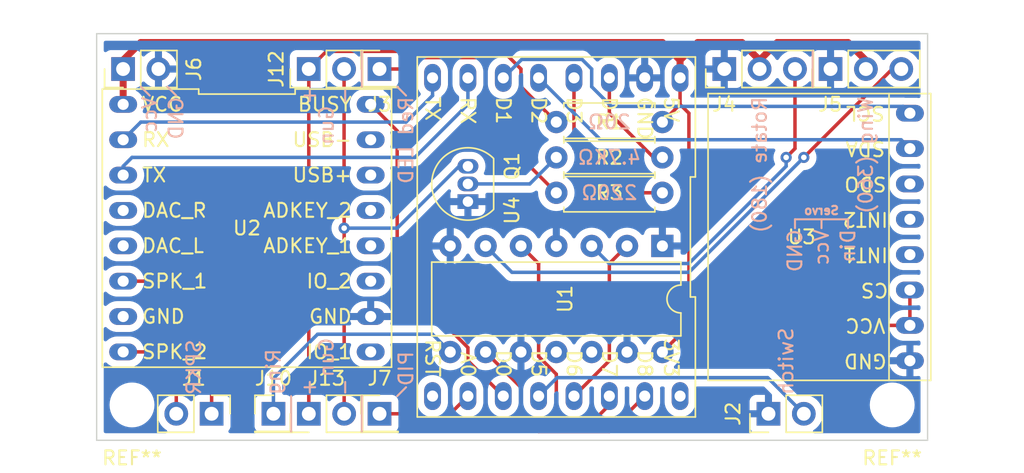
<source format=kicad_pcb>
(kicad_pcb (version 20211014) (generator pcbnew)
  (layers (0 "F.Cu" signal) (31 "B.Cu" signal) (34 "B.Paste" user) (35 "F.Paste" user) (36 "B.SilkS" user "B.Silkscreen") (37 "F.SilkS" user "F.Silkscreen") (38 "B.Mask" user) (39 "F.Mask" user) (44 "Edge.Cuts" user))
  (net 0 "")
  (net 1 "GND")
  (net 2 "Net-(Q1-Pad2)")
  (net 3 "Net-(J1-Pad1)")
  (net 4 "Net-(J1-Pad2)")
  (net 5 "VCC")
  (net 6 "Net-(J10-Pad1)")
  (net 7 "Net-(J12-Pad1)")
  (net 8 "Net-(J12-Pad2)")
  (net 24 "Net-(U2-Pad2)")
  (net 25 "Net-(U2-Pad3)")
  (net 26 "Wing Switch")
  (net 27 "Net-(J3-Pad1)")
  (net 28 "Net-(J4-Pad3)")
  (net 29 "Net-(J5-Pad3)")
  (net 30 "PID Input")
  (net 31 "Gun LEDs")
  (net 32 "Center LED")
  (net 33 "RotateServo")
  (net 34 "Wing Servo")
  (net 35 "LED Ring")
  (net 37 "Net-(U2-Pad9)")
  (net 38 "SCL")
  (net 39 "SDA")
  (net 40 "Rotate Servo")
  (footprint "Connector_PinHeader_2.54mm:PinHeader_1x03_P2.54mm_Vertical" (layer "F.Cu") (at 128.905 71.755 90)
    (fp_text reference "J4" (at -2.54 0) (layer "F.SilkS"))
    (fp_text value "Rotate Servo")
    (fp_line (start -1.33 1.27) (end -1.33 6.41) (layer "F.SilkS") (width 0.12))
    (fp_line (start -1.33 0) (end -1.33 -1.33) (layer "F.SilkS") (width 0.12))
    (fp_line (start -1.33 1.27) (end 1.33 1.27) (layer "F.SilkS") (width 0.12))
    (fp_line (start 1.33 1.27) (end 1.33 6.41) (layer "F.SilkS") (width 0.12))
    (fp_line (start -1.33 6.41) (end 1.33 6.41) (layer "F.SilkS") (width 0.12))
    (fp_line (start -1.33 -1.33) (end 0 -1.33) (layer "F.SilkS") (width 0.12))
    (pad "1" thru_hole rect (at 0 0 90) (size 1.7 1.7) (drill 1) (layers *.Cu *.Mask) (net 1 "GND"))
    (pad "2" thru_hole oval (at 0 2.54 90) (size 1.7 1.7) (drill 1) (layers *.Cu *.Mask) (net 5 "VCC"))
    (pad "3" thru_hole oval (at 0 5.08 90) (size 1.7 1.7) (drill 1) (layers *.Cu *.Mask) (net 28 "Net-(J4-Pad3)"))
  )
  (footprint "Connector_PinHeader_2.54mm:PinHeader_1x02_P2.54mm_Vertical" (layer "F.Cu") (at 99.06 96.52 90)
    (fp_text reference "J13" (at 2.54 1.27 180) (layer "F.SilkS"))
    (fp_text value "GunLEDsB")
    (fp_line (start -1.33 0) (end -1.33 -1.33) (layer "F.SilkS") (width 0.12))
    (fp_line (start -1.33 3.87) (end 1.33 3.87) (layer "F.SilkS") (width 0.12))
    (fp_line (start -1.33 -1.33) (end 0 -1.33) (layer "F.SilkS") (width 0.12))
    (fp_line (start -1.33 1.27) (end -1.33 3.87) (layer "F.SilkS") (width 0.12))
    (fp_line (start -1.33 1.27) (end 1.33 1.27) (layer "F.SilkS") (width 0.12))
    (fp_line (start 1.33 1.27) (end 1.33 3.87) (layer "F.SilkS") (width 0.12))
    (pad "1" thru_hole rect (at 0 0 90) (size 1.7 1.7) (drill 1) (layers *.Cu *.Mask) (net 7 "Net-(J12-Pad1)"))
    (pad "2" thru_hole oval (at 0 2.54 90) (size 1.7 1.7) (drill 1) (layers *.Cu *.Mask) (net 8 "Net-(J12-Pad2)"))
  )
  (footprint "Connector_PinHeader_2.54mm:PinHeader_1x02_P2.54mm_Vertical" (layer "F.Cu") (at 132.08 96.52 90)
    (fp_text reference "J2" (at 0 -2.54 270) (layer "F.SilkS"))
    (fp_text value "WingSwitch")
    (fp_line (start -1.33 3.87) (end 1.33 3.87) (layer "F.SilkS") (width 0.12))
    (fp_line (start -1.33 1.27) (end -1.33 3.87) (layer "F.SilkS") (width 0.12))
    (fp_line (start -1.33 -1.33) (end 0 -1.33) (layer "F.SilkS") (width 0.12))
    (fp_line (start 1.33 1.27) (end 1.33 3.87) (layer "F.SilkS") (width 0.12))
    (fp_line (start -1.33 1.27) (end 1.33 1.27) (layer "F.SilkS") (width 0.12))
    (fp_line (start -1.33 0) (end -1.33 -1.33) (layer "F.SilkS") (width 0.12))
    (pad "1" thru_hole rect (at 0 0 90) (size 1.7 1.7) (drill 1) (layers *.Cu *.Mask) (net 1 "GND"))
    (pad "2" thru_hole oval (at 0 2.54 90) (size 1.7 1.7) (drill 1) (layers *.Cu *.Mask) (net 26 "Wing Switch"))
  )
  (footprint "PortalLibrary:WemosD1MiniV3" (layer "F.Cu") (at 116.84 83.82 -90)
    (fp_text reference "U4" (at -1.905 3.175 90) (layer "F.SilkS"))
    (fp_text value "Wemos_D1_Mini")
    (fp_text user "RX" (at -10.16 6.35 -90 unlocked) (layer "F.SilkS") (effects (justify left)))
    (fp_text user "D7" (at 10.16 -3.81 -90 unlocked) (layer "F.SilkS") (effects (justify right)))
    (fp_text user "D2" (at -10.16 1.27 -90 unlocked) (layer "F.SilkS") (effects (justify left)))
    (fp_text user "D0" (at 10.16 3.81 -90 unlocked) (layer "F.SilkS") (effects (justify right)))
    (fp_text user "RST" (at 10.16 8.89 -90 unlocked) (layer "F.SilkS") (effects (justify right)))
    (fp_text user "GND" (at -10.16 -6.35 -90 unlocked) (layer "F.SilkS") (effects (justify left)))
    (fp_text user "D1" (at -10.16 3.81 -90 unlocked) (layer "F.SilkS") (effects (justify left)))
    (fp_text user "A0" (at 10.16 6.35 -90 unlocked) (layer "F.SilkS") (effects (justify right)))
    (fp_text user "3V3" (at 10.16 -8.255 -90 unlocked) (layer "F.SilkS") (effects (justify right)))
    (fp_text user "D6" (at 10.16 -1.27 -90 unlocked) (layer "F.SilkS") (effects (justify right)))
    (fp_text user "TX" (at -10.16 8.89 -90 unlocked) (layer "F.SilkS") (effects (justify left)))
    (fp_text user "D5" (at 10.16 1.27 -90 unlocked) (layer "F.SilkS") (effects (justify right)))
    (fp_text user "D3" (at -10.16 -1.27 -90 unlocked) (layer "F.SilkS") (effects (justify left)))
    (fp_text user "D8" (at 10.16 -6.35 -90 unlocked) (layer "F.SilkS") (effects (justify right)))
    (fp_text user "D4" (at -10.16 -3.81 -90 unlocked) (layer "F.SilkS") (effects (justify left)))
    (fp_text user "5V" (at -10.16 -8.255 -90 unlocked) (layer "F.SilkS") (effects (justify left)))
    (fp_line (start -4.309999 -9.99) (end -12.93 -9.99) (layer "F.SilkS") (width 0.12))
    (fp_line (start -12.93 9.99) (end 12.93 9.99) (layer "F.SilkS") (width 0.12))
    (fp_line (start -4.309999 -9.63) (end -4.309999 -9.99) (layer "F.SilkS") (width 0.12))
    (fp_line (start 4.31 -9.63) (end -4.309999 -9.63) (layer "F.SilkS") (width 0.12))
    (fp_line (start 12.93 9.99) (end 12.93 -9.99) (layer "F.SilkS") (width 0.12))
    (fp_line (start 12.93 -9.99) (end 4.31 -9.99) (layer "F.SilkS") (width 0.12))
    (fp_line (start 4.31 -9.99) (end 4.31 -9.63) (layer "F.SilkS") (width 0.12))
    (fp_line (start -12.93 -9.99) (end -12.93 9.99) (layer "F.SilkS") (width 0.12))
    (pad "1" thru_hole oval (at -11.43 -8.89 180) (size 1.2 2) (drill 0.8) (layers *.Cu *.Mask) (net 5 "VCC"))
    (pad "2" thru_hole oval (at -11.43 -6.35 180) (size 1.2 2) (drill 0.8) (layers *.Cu *.Mask) (net 1 "GND"))
    (pad "3" thru_hole oval (at -11.43 -3.81 180) (size 1.2 2) (drill 0.8) (layers *.Cu *.Mask) (net 31 "Gun LEDs"))
    (pad "4" thru_hole oval (at -11.43 -1.27 180) (size 1.2 2) (drill 0.8) (layers *.Cu *.Mask) (net 32 "Center LED"))
    (pad "5" thru_hole oval (at -11.43 1.27 180) (size 1.2 2) (drill 0.8) (layers *.Cu *.Mask) (net 39 "SDA"))
    (pad "6" thru_hole oval (at -11.43 3.81 180) (size 1.2 2) (drill 0.8) (layers *.Cu *.Mask) (net 38 "SCL"))
    (pad "7" thru_hole oval (at -11.43 6.35 180) (size 1.2 2) (drill 0.8) (layers *.Cu *.Mask) (net 25 "Net-(U2-Pad3)"))
    (pad "8" thru_hole oval (at -11.43 8.89 180) (size 1.2 2) (drill 0.8) (layers *.Cu *.Mask) (net 24 "Net-(U2-Pad2)"))
    (pad "9" thru_hole oval (at 11.43 8.89 180) (size 1.2 2) (drill 0.8) (layers *.Cu *.Mask))
    (pad "10" thru_hole oval (at 11.43 6.35 180) (size 1.2 2) (drill 0.8) (layers *.Cu *.Mask) (net 30 "PID Input"))
    (pad "11" thru_hole oval (at 11.43 3.81 180) (size 1.2 2) (drill 0.8) (layers *.Cu *.Mask) (net 37 "Net-(U2-Pad9)"))
    (pad "12" thru_hole oval (at 11.43 1.27 180) (size 1.2 2) (drill 0.8) (layers *.Cu *.Mask) (net 26 "Wing Switch"))
    (pad "13" thru_hole oval (at 11.43 -1.27 180) (size 1.2 2) (drill 0.8) (layers *.Cu *.Mask) (net 40 "Rotate Servo"))
    (pad "14" thru_hole oval (at 11.43 -3.81 180) (size 1.2 2) (drill 0.8) (layers *.Cu *.Mask) (net 34 "Wing Servo"))
    (pad "15" thru_hole oval (at 11.43 -6.35 180) (size 1.2 2) (drill 0.8) (layers *.Cu *.Mask) (net 35 "LED Ring"))
    (pad "16" thru_hole oval (at 11.43 -8.89 180) (size 1.2 2) (drill 0.8) (layers *.Cu *.Mask))
  )
  (footprint "Connector_PinHeader_2.54mm:PinHeader_1x01_P2.54mm_Vertical" (layer "F.Cu") (at 96.52 96.52)
    (fp_text reference "J10" (at 0 -2.54 180) (layer "F.SilkS"))
    (fp_text value "LEDRing")
    (fp_line (start -1.33 -1.33) (end 0 -1.33) (layer "F.SilkS") (width 0.12))
    (fp_line (start -1.33 1.33) (end 1.33 1.33) (layer "F.SilkS") (width 0.12))
    (fp_line (start -1.33 0) (end -1.33 -1.33) (layer "F.SilkS") (width 0.12))
    (fp_line (start -1.33 1.27) (end -1.33 1.33) (layer "F.SilkS") (width 0.12))
    (fp_line (start -1.33 1.27) (end 1.33 1.27) (layer "F.SilkS") (width 0.12))
    (fp_line (start 1.33 1.27) (end 1.33 1.33) (layer "F.SilkS") (width 0.12))
    (pad "1" thru_hole rect (at 0 0) (size 1.7 1.7) (drill 1) (layers *.Cu *.Mask) (net 6 "Net-(J10-Pad1)"))
  )
  (footprint "Connector_PinHeader_2.54mm:PinHeader_1x01_P2.54mm_Vertical" (layer "F.Cu") (at 104.14 71.755)
    (fp_text reference "J3" (at 0 2.54) (layer "F.SilkS"))
    (fp_text value "CenterLED")
    (fp_line (start -1.33 1.33) (end 1.33 1.33) (layer "F.SilkS") (width 0.12))
    (fp_line (start -1.33 1.27) (end 1.33 1.27) (layer "F.SilkS") (width 0.12))
    (fp_line (start -1.33 1.27) (end -1.33 1.33) (layer "F.SilkS") (width 0.12))
    (fp_line (start -1.33 -1.33) (end 0 -1.33) (layer "F.SilkS") (width 0.12))
    (fp_line (start 1.33 1.27) (end 1.33 1.33) (layer "F.SilkS") (width 0.12))
    (fp_line (start -1.33 0) (end -1.33 -1.33) (layer "F.SilkS") (width 0.12))
    (pad "1" thru_hole rect (at 0 0) (size 1.7 1.7) (drill 1) (layers *.Cu *.Mask) (net 27 "Net-(J3-Pad1)"))
  )
  (footprint "MountingHole:MountingHole_2.2mm_M2" (layer "F.Cu") (at 86.36 95.885)
    (fp_text reference "REF**" (at 0 3.81) (layer "F.SilkS"))
    (fp_text value "MountingHole_2.2mm_M2")
    (pad "" np_thru_hole circle (at 0 0) (size 2.2 2.2) (drill 2.2) (layers *.Cu *.Mask))
  )
  (footprint "Connector_PinHeader_2.54mm:PinHeader_1x03_P2.54mm_Vertical" (layer "F.Cu") (at 136.54 71.755 90)
    (fp_text reference "J5" (at -2.54 -0.015 180) (layer "F.SilkS"))
    (fp_text value "Wing Servo")
    (fp_line (start -1.33 -1.33) (end 0 -1.33) (layer "F.SilkS") (width 0.12))
    (fp_line (start -1.33 1.27) (end 1.33 1.27) (layer "F.SilkS") (width 0.12))
    (fp_line (start 1.33 1.27) (end 1.33 6.41) (layer "F.SilkS") (width 0.12))
    (fp_line (start -1.33 1.27) (end -1.33 6.41) (layer "F.SilkS") (width 0.12))
    (fp_line (start -1.33 6.41) (end 1.33 6.41) (layer "F.SilkS") (width 0.12))
    (fp_line (start -1.33 0) (end -1.33 -1.33) (layer "F.SilkS") (width 0.12))
    (pad "1" thru_hole rect (at 0 0 90) (size 1.7 1.7) (drill 1) (layers *.Cu *.Mask) (net 1 "GND"))
    (pad "2" thru_hole oval (at 0 2.54 90) (size 1.7 1.7) (drill 1) (layers *.Cu *.Mask) (net 5 "VCC"))
    (pad "3" thru_hole oval (at 0 5.08 90) (size 1.7 1.7) (drill 1) (layers *.Cu *.Mask) (net 29 "Net-(J5-Pad3)"))
  )
  (footprint "Resistor_THT:R_Axial_DIN0207_L6.3mm_D2.5mm_P7.62mm_Horizontal" (layer "F.Cu") (at 116.84 75.565)
    (fp_text reference "R1" (at 3.81 0) (layer "F.SilkS"))
    (fp_text value "20Ω")
    (fp_line (start 7.08 1.37) (end 7.08 1.04) (layer "F.SilkS") (width 0.12))
    (fp_line (start 7.08 -1.37) (end 7.08 -1.04) (layer "F.SilkS") (width 0.12))
    (fp_line (start 0.54 -1.37) (end 7.08 -1.37) (layer "F.SilkS") (width 0.12))
    (fp_line (start 0.54 -1.04) (end 0.54 -1.37) (layer "F.SilkS") (width 0.12))
    (fp_line (start 0.54 1.37) (end 7.08 1.37) (layer "F.SilkS") (width 0.12))
    (fp_line (start 0.54 1.04) (end 0.54 1.37) (layer "F.SilkS") (width 0.12))
    (pad "1" thru_hole circle (at 0 0) (size 1.6 1.6) (drill 0.8) (layers *.Cu *.Mask) (net 7 "Net-(J12-Pad1)"))
    (pad "2" thru_hole oval (at 7.62 0) (size 1.6 1.6) (drill 0.8) (layers *.Cu *.Mask) (net 5 "VCC"))
  )
  (footprint "Connector_PinHeader_2.54mm:PinHeader_1x02_P2.54mm_Vertical" (layer "F.Cu") (at 92.08 96.52 -90)
    (fp_text reference "J1" (at -2.54 1.275 180) (layer "F.SilkS"))
    (fp_text value "Speaker")
    (fp_line (start -1.33 3.87) (end 1.33 3.87) (layer "F.SilkS") (width 0.12))
    (fp_line (start -1.33 1.27) (end -1.33 3.87) (layer "F.SilkS") (width 0.12))
    (fp_line (start -1.33 1.27) (end 1.33 1.27) (layer "F.SilkS") (width 0.12))
    (fp_line (start -1.33 -1.33) (end 0 -1.33) (layer "F.SilkS") (width 0.12))
    (fp_line (start 1.33 1.27) (end 1.33 3.87) (layer "F.SilkS") (width 0.12))
    (fp_line (start -1.33 0) (end -1.33 -1.33) (layer "F.SilkS") (width 0.12))
    (pad "1" thru_hole rect (at 0 0 270) (size 1.7 1.7) (drill 1) (layers *.Cu *.Mask) (net 3 "Net-(J1-Pad1)"))
    (pad "2" thru_hole oval (at 0 2.54 270) (size 1.7 1.7) (drill 1) (layers *.Cu *.Mask) (net 4 "Net-(J1-Pad2)"))
  )
  (footprint "PortalLibrary:ADXL345" (layer "F.Cu") (at 142.24 83.82 180)
    (fp_text reference "U3" (at 7.77 0) (layer "F.SilkS"))
    (fp_text value "ADXL345")
    (fp_text user "SDO" (at 3.2 3.81 180 unlocked) (layer "F.SilkS"))
    (fp_text user "SCL" (at 3.2 8.89 180 unlocked) (layer "F.SilkS"))
    (fp_text user "INT1" (at 3.2 -1.27 180 unlocked) (layer "F.SilkS"))
    (fp_text user "INT2" (at 3.2 1.27 180 unlocked) (layer "F.SilkS"))
    (fp_text user "SDA" (at 3.2 6.35 180 unlocked) (layer "F.SilkS"))
    (fp_text user "GND" (at 3.2 -8.9 180 unlocked) (layer "F.SilkS"))
    (fp_text user "VCC" (at 3.2 -6.35 180 unlocked) (layer "F.SilkS"))
    (fp_text user "CS" (at 2.54 -3.81 180 unlocked) (layer "F.SilkS"))
    (fp_line (start -1.5 -10.3) (end 14.5 -10.3) (layer "F.SilkS") (width 0.12))
    (fp_line (start 14.5 10.3) (end -1.5 10.3) (layer "F.SilkS") (width 0.12))
    (fp_line (start 1.5 -10.3) (end 1.5 10.3) (layer "F.SilkS") (width 0.12))
    (fp_line (start 14.5 -10.3) (end 14.5 10.3) (layer "F.SilkS") (width 0.12))
    (fp_line (start -1.5 10.3) (end -1.5 -10.3) (layer "F.SilkS") (width 0.12))
    (pad "1" thru_hole oval (at 0 -8.89 90) (size 1.2 2) (drill 0.8) (layers *.Cu *.Mask) (net 1 "GND"))
    (pad "2" thru_hole oval (at 0 -6.35 90) (size 1.2 2) (drill 0.8) (layers *.Cu *.Mask) (net 5 "VCC"))
    (pad "3" thru_hole oval (at 0 -3.81 90) (size 1.2 2) (drill 0.8) (layers *.Cu *.Mask) (net 5 "VCC"))
    (pad "4" thru_hole oval (at 0 -1.27 90) (size 1.2 2) (drill 0.8) (layers *.Cu *.Mask))
    (pad "5" thru_hole oval (at 0 1.27 90) (size 1.2 2) (drill 0.8) (layers *.Cu *.Mask))
    (pad "6" thru_hole oval (at 0 3.81 90) (size 1.2 2) (drill 0.8) (layers *.Cu *.Mask))
    (pad "7" thru_hole oval (at 0 6.35 90) (size 1.2 2) (drill 0.8) (layers *.Cu *.Mask) (net 39 "SDA"))
    (pad "8" thru_hole oval (at 0 8.89 90) (size 1.2 2) (drill 0.8) (layers *.Cu *.Mask) (net 38 "SCL"))
  )
  (footprint "Resistor_THT:R_Axial_DIN0207_L6.3mm_D2.5mm_P7.62mm_Horizontal" (layer "F.Cu") (at 124.46 78.105 180)
    (fp_text reference "R2" (at 3.81 0) (layer "F.SilkS"))
    (fp_text value "4.7KΩ")
    (fp_line (start 0.54 1.37) (end 7.08 1.37) (layer "F.SilkS") (width 0.12))
    (fp_line (start 0.54 -1.04) (end 0.54 -1.37) (layer "F.SilkS") (width 0.12))
    (fp_line (start 7.08 1.37) (end 7.08 1.04) (layer "F.SilkS") (width 0.12))
    (fp_line (start 7.08 -1.37) (end 7.08 -1.04) (layer "F.SilkS") (width 0.12))
    (fp_line (start 0.54 -1.37) (end 7.08 -1.37) (layer "F.SilkS") (width 0.12))
    (fp_line (start 0.54 1.04) (end 0.54 1.37) (layer "F.SilkS") (width 0.12))
    (pad "1" thru_hole circle (at 0 0 180) (size 1.6 1.6) (drill 0.8) (layers *.Cu *.Mask) (net 31 "Gun LEDs"))
    (pad "2" thru_hole oval (at 7.62 0 180) (size 1.6 1.6) (drill 0.8) (layers *.Cu *.Mask) (net 2 "Net-(Q1-Pad2)"))
  )
  (footprint "Connector_PinHeader_2.54mm:PinHeader_1x02_P2.54mm_Vertical" (layer "F.Cu") (at 99.055 71.755 90)
    (fp_text reference "J12" (at 0 -2.33 90) (layer "F.SilkS"))
    (fp_text value "GUNLedsA")
    (fp_line (start 1.33 1.27) (end 1.33 3.87) (layer "F.SilkS") (width 0.12))
    (fp_line (start -1.33 -1.33) (end 0 -1.33) (layer "F.SilkS") (width 0.12))
    (fp_line (start -1.33 1.27) (end 1.33 1.27) (layer "F.SilkS") (width 0.12))
    (fp_line (start -1.33 3.87) (end 1.33 3.87) (layer "F.SilkS") (width 0.12))
    (fp_line (start -1.33 1.27) (end -1.33 3.87) (layer "F.SilkS") (width 0.12))
    (fp_line (start -1.33 0) (end -1.33 -1.33) (layer "F.SilkS") (width 0.12))
    (pad "1" thru_hole rect (at 0 0 90) (size 1.7 1.7) (drill 1) (layers *.Cu *.Mask) (net 7 "Net-(J12-Pad1)"))
    (pad "2" thru_hole oval (at 0 2.54 90) (size 1.7 1.7) (drill 1) (layers *.Cu *.Mask) (net 8 "Net-(J12-Pad2)"))
  )
  (footprint "Package_DIP:DIP-14_W7.62mm" (layer "F.Cu") (at 124.46 84.465 -90)
    (fp_text reference "U1" (at 3.81 6.985 90) (layer "F.SilkS"))
    (fp_text value "SN74AHCT125N")
    (fp_line (start 1.16 -1.33) (end 1.16 16.57) (layer "F.SilkS") (width 0.12))
    (fp_line (start 2.81 -1.33) (end 1.16 -1.33) (layer "F.SilkS") (width 0.12))
    (fp_line (start 6.46 -1.33) (end 4.81 -1.33) (layer "F.SilkS") (width 0.12))
    (fp_line (start 1.16 16.57) (end 6.46 16.57) (layer "F.SilkS") (width 0.12))
    (fp_line (start 6.46 16.57) (end 6.46 -1.33) (layer "F.SilkS") (width 0.12))
    (fp_arc (start 4.81 -1.33) (mid 3.81 -0.33) (end 2.81 -1.33) (layer "F.SilkS") (width 0.12))
    (pad "1" thru_hole rect (at 0 0 270) (size 1.6 1.6) (drill 0.8) (layers *.Cu *.Mask) (net 1 "GND"))
    (pad "2" thru_hole oval (at 0 2.54 270) (size 1.6 1.6) (drill 0.8) (layers *.Cu *.Mask) (net 33 "RotateServo"))
    (pad "3" thru_hole oval (at 0 5.08 270) (size 1.6 1.6) (drill 0.8) (layers *.Cu *.Mask) (net 28 "Net-(J4-Pad3)"))
    (pad "4" thru_hole oval (at 0 7.62 270) (size 1.6 1.6) (drill 0.8) (layers *.Cu *.Mask) (net 1 "GND"))
    (pad "5" thru_hole oval (at 0 10.16 270) (size 1.6 1.6) (drill 0.8) (layers *.Cu *.Mask) (net 34 "Wing Servo"))
    (pad "6" thru_hole oval (at 0 12.7 270) (size 1.6 1.6) (drill 0.8) (layers *.Cu *.Mask) (net 29 "Net-(J5-Pad3)"))
    (pad "7" thru_hole oval (at 0 15.24 270) (size 1.6 1.6) (drill 0.8) (layers *.Cu *.Mask) (net 1 "GND"))
    (pad "8" thru_hole oval (at 7.62 15.24 270) (size 1.6 1.6) (drill 0.8) (layers *.Cu *.Mask) (net 6 "Net-(J10-Pad1)"))
    (pad "9" thru_hole oval (at 7.62 12.7 270) (size 1.6 1.6) (drill 0.8) (layers *.Cu *.Mask) (net 35 "LED Ring"))
    (pad "10" thru_hole oval (at 7.62 10.16 270) (size 1.6 1.6) (drill 0.8) (layers *.Cu *.Mask) (net 1 "GND"))
    (pad "11" thru_hole oval (at 7.62 7.62 270) (size 1.6 1.6) (drill 0.8) (layers *.Cu *.Mask))
    (pad "12" thru_hole oval (at 7.62 5.08 270) (size 1.6 1.6) (drill 0.8) (layers *.Cu *.Mask))
    (pad "13" thru_hole oval (at 7.62 2.54 270) (size 1.6 1.6) (drill 0.8) (layers *.Cu *.Mask) (net 1 "GND"))
    (pad "14" thru_hole oval (at 7.62 0 270) (size 1.6 1.6) (drill 0.8) (layers *.Cu *.Mask) (net 5 "VCC"))
  )
  (footprint "MountingHole:MountingHole_2.2mm_M2" (layer "F.Cu") (at 140.97 95.885)
    (fp_text reference "REF**" (at 0 3.81) (layer "F.SilkS"))
    (fp_text value "MountingHole_2.2mm_M2")
    (pad "" np_thru_hole circle (at 0 0) (size 2.2 2.2) (drill 2.2) (layers *.Cu *.Mask))
  )
  (footprint "Resistor_THT:R_Axial_DIN0207_L6.3mm_D2.5mm_P7.62mm_Horizontal" (layer "F.Cu") (at 116.84 80.645)
    (fp_text reference "R3" (at 3.81 0) (layer "F.SilkS"))
    (fp_text value "220Ω")
    (fp_line (start 0.54 -1.04) (end 0.54 -1.37) (layer "F.SilkS") (width 0.12))
    (fp_line (start 7.08 -1.37) (end 7.08 -1.04) (layer "F.SilkS") (width 0.12))
    (fp_line (start 0.54 1.37) (end 7.08 1.37) (layer "F.SilkS") (width 0.12))
    (fp_line (start 0.54 1.04) (end 0.54 1.37) (layer "F.SilkS") (width 0.12))
    (fp_line (start 7.08 1.37) (end 7.08 1.04) (layer "F.SilkS") (width 0.12))
    (fp_line (start 0.54 -1.37) (end 7.08 -1.37) (layer "F.SilkS") (width 0.12))
    (pad "1" thru_hole circle (at 0 0) (size 1.6 1.6) (drill 0.8) (layers *.Cu *.Mask) (net 27 "Net-(J3-Pad1)"))
    (pad "2" thru_hole oval (at 7.62 0) (size 1.6 1.6) (drill 0.8) (layers *.Cu *.Mask) (net 32 "Center LED"))
  )
  (footprint "PortalLibrary:YX5200" (layer "F.Cu") (at 94.615 83.185)
    (fp_text reference "U2" (at 0 0) (layer "F.SilkS"))
    (fp_text value "YX5200")
    (fp_text user "TX" (at -7.62 -3.81 unlocked) (layer "F.SilkS") (effects (justify left)))
    (fp_text user "USB+" (at 7.62 -3.81 unlocked) (layer "F.SilkS") (effects (justify right)))
    (fp_text user "IO_1" (at 7.62 8.89 unlocked) (layer "F.SilkS") (effects (justify right)))
    (fp_text user "VCC" (at -7.62 -8.89 unlocked) (layer "F.SilkS") (effects (justify left)))
    (fp_text user "IO_2" (at 7.62 3.81 unlocked) (layer "F.SilkS") (effects (justify right)))
    (fp_text user "GND" (at 7.62 6.35 unlocked) (layer "F.SilkS") (effects (justify right)))
    (fp_text user "DAC_L" (at -7.62 1.27 unlocked) (layer "F.SilkS") (effects (justify left)))
    (fp_text user "GND" (at -7.62 6.35 unlocked) (layer "F.SilkS") (effects (justify left)))
    (fp_text user "ADKEY_1" (at 7.62 1.27 unlocked) (layer "F.SilkS") (effects (justify right)))
    (fp_text user "SPK_2" (at -7.62 8.89 unlocked) (layer "F.SilkS") (effects (justify left)))
    (fp_text user "RX" (at -7.62 -6.35 unlocked) (layer "F.SilkS") (effects (justify left)))
    (fp_text user "USB-" (at 7.62 -6.35 unlocked) (layer "F.SilkS") (effects (justify right)))
    (fp_text user "BUSY" (at 7.62 -8.89 unlocked) (layer "F.SilkS") (effects (justify right)))
    (fp_text user "SPK_1" (at -7.62 3.81 unlocked) (layer "F.SilkS") (effects (justify left)))
    (fp_text user "DAC_R" (at -7.62 -1.27 unlocked) (layer "F.SilkS") (effects (justify left)))
    (fp_text user "ADKEY_2" (at 7.62 -1.27 unlocked) (layer "F.SilkS") (effects (justify right)))
    (fp_line (start 10.39 9.99) (end 10.39 -9.99) (layer "F.SilkS") (width 0.12))
    (fp_line (start 3.463333 -9.63) (end -3.463333 -9.63) (layer "F.SilkS") (width 0.12))
    (fp_line (start -10.39 -9.99) (end -10.39 9.99) (layer "F.SilkS") (width 0.12))
    (fp_line (start -10.39 9.99) (end 10.39 9.99) (layer "F.SilkS") (width 0.12))
    (fp_line (start -3.463333 -9.63) (end -3.463333 -9.99) (layer "F.SilkS") (width 0.12))
    (fp_line (start 3.463333 -9.99) (end 3.463333 -9.63) (layer "F.SilkS") (width 0.12))
    (fp_line (start 10.39 -9.99) (end 3.463333 -9.99) (layer "F.SilkS") (width 0.12))
    (fp_line (start -3.463333 -9.99) (end -10.39 -9.99) (layer "F.SilkS") (width 0.12))
    (pad "1" thru_hole oval (at -8.89 -8.89 270) (size 1.2 2) (drill 0.8) (layers *.Cu *.Mask) (net 5 "VCC"))
    (pad "2" thru_hole oval (at -8.89 -6.35 270) (size 1.2 2) (drill 0.8) (layers *.Cu *.Mask) (net 24 "Net-(U2-Pad2)"))
    (pad "3" thru_hole oval (at -8.89 -3.81 270) (size 1.2 2) (drill 0.8) (layers *.Cu *.Mask) (net 25 "Net-(U2-Pad3)"))
    (pad "4" thru_hole oval (at -8.89 -1.27 270) (size 1.2 2) (drill 0.8) (layers *.Cu *.Mask))
    (pad "5" thru_hole oval (at -8.89 1.27 270) (size 1.2 2) (drill 0.8) (layers *.Cu *.Mask))
    (pad "6" thru_hole oval (at -8.89 3.81 270) (size 1.2 2) (drill 0.8) (layers *.Cu *.Mask) (net 3 "Net-(J1-Pad1)"))
    (pad "7" thru_hole oval (at -8.89 6.35 270) (size 1.2 2) (drill 0.8) (layers *.Cu *.Mask))
    (pad "8" thru_hole oval (at -8.89 8.89 270) (size 1.2 2) (drill 0.8) (layers *.Cu *.Mask) (net 4 "Net-(J1-Pad2)"))
    (pad "9" thru_hole oval (at 8.89 -8.89 270) (size 1.2 2) (drill 0.8) (layers *.Cu *.Mask) (net 37 "Net-(U2-Pad9)"))
    (pad "10" thru_hole oval (at 8.89 -6.35 270) (size 1.2 2) (drill 0.8) (layers *.Cu *.Mask))
    (pad "11" thru_hole oval (at 8.89 -3.81 270) (size 1.2 2) (drill 0.8) (layers *.Cu *.Mask))
    (pad "12" thru_hole oval (at 8.89 -1.27 270) (size 1.2 2) (drill 0.8) (layers *.Cu *.Mask))
    (pad "13" thru_hole oval (at 8.89 1.27 270) (size 1.2 2) (drill 0.8) (layers *.Cu *.Mask))
    (pad "14" thru_hole oval (at 8.89 3.81 270) (size 1.2 2) (drill 0.8) (layers *.Cu *.Mask))
    (pad "15" thru_hole oval (at 8.89 6.35 270) (size 1.2 2) (drill 0.8) (layers *.Cu *.Mask) (net 1 "GND"))
    (pad "16" thru_hole oval (at 8.89 8.89 270) (size 1.2 2) (drill 0.8) (layers *.Cu *.Mask))
  )
  (footprint "Connector_PinHeader_2.54mm:PinHeader_1x01_P2.54mm_Vertical" (layer "F.Cu") (at 104.14 96.52)
    (fp_text reference "J7" (at 0 -2.54 180) (layer "F.SilkS"))
    (fp_text value "PIDInput")
    (fp_line (start 1.33 1.27) (end 1.33 1.33) (layer "F.SilkS") (width 0.12))
    (fp_line (start -1.33 -1.33) (end 0 -1.33) (layer "F.SilkS") (width 0.12))
    (fp_line (start -1.33 1.27) (end -1.33 1.33) (layer "F.SilkS") (width 0.12))
    (fp_line (start -1.33 1.33) (end 1.33 1.33) (layer "F.SilkS") (width 0.12))
    (fp_line (start -1.33 0) (end -1.33 -1.33) (layer "F.SilkS") (width 0.12))
    (fp_line (start -1.33 1.27) (end 1.33 1.27) (layer "F.SilkS") (width 0.12))
    (pad "1" thru_hole rect (at 0 0) (size 1.7 1.7) (drill 1) (layers *.Cu *.Mask) (net 30 "PID Input"))
  )
  (footprint "Connector_PinHeader_2.54mm:PinHeader_1x02_P2.54mm_Vertical" (layer "F.Cu") (at 85.72 71.755 90)
    (fp_text reference "J6" (at 0 5.085 90) (layer "F.SilkS"))
    (fp_text value "Power")
    (fp_line (start -1.33 1.27) (end -1.33 3.87) (layer "F.SilkS") (width 0.12))
    (fp_line (start -1.33 0) (end -1.33 -1.33) (layer "F.SilkS") (width 0.12))
    (fp_line (start 1.33 1.27) (end 1.33 3.87) (layer "F.SilkS") (width 0.12))
    (fp_line (start -1.33 1.27) (end 1.33 1.27) (layer "F.SilkS") (width 0.12))
    (fp_line (start -1.33 3.87) (end 1.33 3.87) (layer "F.SilkS") (width 0.12))
    (fp_line (start -1.33 -1.33) (end 0 -1.33) (layer "F.SilkS") (width 0.12))
    (pad "1" thru_hole rect (at 0 0 90) (size 1.7 1.7) (drill 1) (layers *.Cu *.Mask) (net 5 "VCC"))
    (pad "2" thru_hole oval (at 0 2.54 90) (size 1.7 1.7) (drill 1) (layers *.Cu *.Mask) (net 1 "GND"))
  )
  (footprint "Package_TO_SOT_THT:TO-92_Inline" (layer "F.Cu") (at 110.49 81.28 90)
    (fp_text reference "Q1" (at 2.54 3.175 90) (layer "F.SilkS"))
    (fp_text value "2N3904")
    (fp_line (start -0.53 1.85) (end 3.07 1.85) (layer "F.SilkS") (width 0.12))
    (fp_arc (start -0.568478 1.838478) (mid -1.132087 -0.994977) (end 1.27 -2.6) (layer "F.SilkS") (width 0.12))
    (fp_arc (start 1.27 -2.6) (mid 3.672087 -0.994977) (end 3.108478 1.838478) (layer "F.SilkS") (width 0.12))
    (pad "1" thru_hole rect (at 0 0 90) (size 1.05 1.5) (drill 0.75) (layers *.Cu *.Mask) (net 1 "GND"))
    (pad "2" thru_hole oval (at 1.27 0 90) (size 1.05 1.5) (drill 0.75) (layers *.Cu *.Mask) (net 2 "Net-(Q1-Pad2)"))
    (pad "3" thru_hole oval (at 2.54 0 90) (size 1.05 1.5) (drill 0.75) (layers *.Cu *.Mask) (net 8 "Net-(J12-Pad2)"))
  )
  (gr_line (start 135.89 82.55) (end 135.89 83.185) (layer "B.SilkS") (width 0.15))
  (gr_line (start 102.87 97.79) (end 102.87 95.25) (layer "B.SilkS") (width 0.15))
  (gr_line (start 87.63 73.66) (end 86.995 73.025) (layer "B.SilkS") (width 0.15))
  (gr_line (start 89.535 73.66) (end 88.9 73.025) (layer "B.SilkS") (width 0.15))
  (gr_line (start 133.985 83.185) (end 133.985 82.55) (layer "B.SilkS") (width 0.15))
  (gr_line (start 137.795 82.55) (end 137.795 83.185) (layer "B.SilkS") (width 0.15))
  (gr_line (start 105.41 95.25) (end 106.045 94.615) (layer "B.SilkS") (width 0.15))
  (gr_line (start 106.045 73.66) (end 105.41 73.025) (layer "B.SilkS") (width 0.15))
  (gr_line (start 133.985 82.55) (end 137.795 82.55) (layer "B.SilkS") (width 0.15))
  (gr_line (start 102.87 70.485) (end 102.87 73.025) (layer "B.SilkS") (width 0.15))
  (gr_line (start 97.79 97.79) (end 97.79 95.25) (layer "B.SilkS") (width 0.15))
  (gr_line (start 135.255 70.485) (end 135.255 73.025) (layer "B.SilkS") (width 0.15))
  (gr_line (start 83.82 69.215) (end 143.51 69.215) (layer "Edge.Cuts") (width 0.1))
  (gr_line (start 143.51 69.215) (end 143.51 98.425) (layer "Edge.Cuts") (width 0.1))
  (gr_line (start 143.51 98.425) (end 83.82 98.425) (layer "Edge.Cuts") (width 0.1))
  (gr_line (start 83.82 98.425) (end 83.82 69.215) (layer "Edge.Cuts") (width 0.1))
  (gr_text "Switch" (at 133.35 95.25 90) (layer "B.SilkS") (effects (font (size 1 1)) (justify right mirror)))
  (gr_text "4.7KΩ" (at 120.65 78.105) (layer "B.SilkS") (effects (font (size 1 1)) (justify mirror)))
  (gr_text "GND" (at 89.535 73.66 90) (layer "B.SilkS") (effects (font (size 1 1)) (justify left mirror)))
  (gr_text "Vcc" (at 135.89 83.185 90) (layer "B.SilkS") (effects (font (size 1 1)) (justify left mirror)))
  (gr_text "+" (at 99.06 94.615 90) (layer "B.SilkS") (effects (font (size 1 1)) (justify mirror)))
  (gr_text "Vcc" (at 87.63 73.66 90) (layer "B.SilkS") (effects (font (size 1 1)) (justify left mirror)))
  (gr_text "-" (at 101.6 73.66 90) (layer "B.SilkS") (effects (font (size 1 1)) (justify mirror)))
  (gr_text "Wing (360)" (at 139.065 73.66 90) (layer "B.SilkS") (effects (font (size 1 1)) (justify left mirror)))
  (gr_text "220Ω" (at 120.65 80.645) (layer "B.SilkS") (effects (font (size 1 1)) (justify mirror)))
  (gr_text "Gun" (at 100.33 74.295 90) (layer "B.SilkS") (effects (font (size 1 1)) (justify left mirror)))
  (gr_text "Ring" (at 96.52 95.25 90) (layer "B.SilkS") (effects (font (size 1 1)) (justify right mirror)))
  (gr_text "20Ω" (at 120.65 75.565) (layer "B.SilkS") (effects (font (size 1 1)) (justify mirror)))
  (gr_text "-" (at 101.6 94.615 90) (layer "B.SilkS") (effects (font (size 1 1)) (justify mirror)))
  (gr_text "PID" (at 106.045 94.615 90) (layer "B.SilkS") (effects (font (size 1 1)) (justify right mirror)))
  (gr_text "Gun" (at 100.33 93.98 90) (layer "B.SilkS") (effects (font (size 1 1)) (justify right mirror)))
  (gr_text "GND" (at 133.985 83.185 90) (layer "B.SilkS") (effects (font (size 1 1)) (justify left mirror)))
  (gr_text "Red LED" (at 106.045 73.66 90) (layer "B.SilkS") (effects (font (size 1 1)) (justify left mirror)))
  (gr_text "Din" (at 137.795 83.185 90) (layer "B.SilkS") (effects (font (size 1 1)) (justify left mirror)))
  (gr_text "+" (at 99.06 73.66 90) (layer "B.SilkS") (effects (font (size 1 1)) (justify mirror)))
  (gr_text "Rotate (180)" (at 131.445 73.66 90) (layer "B.SilkS") (effects (font (size 1 1)) (justify left mirror)))
  (gr_text "SPKR" (at 90.805 95.25 90) (layer "B.SilkS") (effects (font (size 1 1)) (justify right mirror)))
  (gr_text "Servo" (at 135.89 81.915) (layer "B.SilkS") (effects (font (size 0.6 0.6)) (justify mirror)))
  (segment (start 114.935 80.01) (end 116.84 78.105) (width 0.25) (layer "B.Cu") (net 2))
  (segment (start 110.49 80.01) (end 114.935 80.01) (width 0.25) (layer "B.Cu") (net 2))
  (segment (start 92.08 89.54) (end 92.08 96.52) (width 0.25) (layer "F.Cu") (net 3))
  (segment (start 89.535 86.995) (end 92.08 89.54) (width 0.25) (layer "F.Cu") (net 3))
  (segment (start 85.725 86.995) (end 89.535 86.995) (width 0.25) (layer "F.Cu") (net 3))
  (segment (start 89.54 93.35) (end 89.54 96.52) (width 0.25) (layer "F.Cu") (net 4))
  (segment (start 85.725 92.075) (end 88.265 92.075) (width 0.25) (layer "F.Cu") (net 4))
  (segment (start 88.265 92.075) (end 89.54 93.35) (width 0.25) (layer "F.Cu") (net 4))
  (segment (start 127 69.85) (end 125.73 71.12) (width 0.5) (layer "F.Cu") (net 5))
  (segment (start 137.795 69.85) (end 139.08 71.135) (width 0.5) (layer "F.Cu") (net 5))
  (segment (start 131.445 71.12) (end 130.175 69.85) (width 0.5) (layer "F.Cu") (net 5))
  (segment (start 85.72 71.12) (end 86.99 69.85) (width 0.5) (layer "F.Cu") (net 5))
  (segment (start 131.445 71.755) (end 131.445 71.12) (width 0.5) (layer "F.Cu") (net 5))
  (segment (start 124.46 69.85) (end 125.73 71.12) (width 0.5) (layer "F.Cu") (net 5))
  (segment (start 126.365 74.93) (end 126.365 90.17) (width 0.25) (layer "F.Cu") (net 5))
  (segment (start 130.175 69.85) (end 127 69.85) (width 0.5) (layer "F.Cu") (net 5))
  (segment (start 126.365 90.17) (end 142.24 90.17) (width 0.25) (layer "F.Cu") (net 5))
  (segment (start 125.73 74.295) (end 124.46 75.565) (width 0.25) (layer "F.Cu") (net 5))
  (segment (start 125.73 74.295) (end 126.365 74.93) (width 0.25) (layer "F.Cu") (net 5))
  (segment (start 125.73 72.39) (end 125.73 74.295) (width 0.25) (layer "F.Cu") (net 5))
  (segment (start 86.99 69.85) (end 124.46 69.85) (width 0.5) (layer "F.Cu") (net 5))
  (segment (start 139.08 71.135) (end 139.08 71.755) (width 0.5) (layer "F.Cu") (net 5))
  (segment (start 132.715 69.85) (end 137.795 69.85) (width 0.5) (layer "F.Cu") (net 5))
  (segment (start 125.73 71.12) (end 125.73 72.39) (width 0.5) (layer "F.Cu") (net 5))
  (segment (start 125.73 90.815) (end 124.46 92.085) (width 0.25) (layer "F.Cu") (net 5))
  (segment (start 125.73 90.805) (end 125.73 90.815) (width 0.25) (layer "F.Cu") (net 5))
  (segment (start 131.445 71.12) (end 132.715 69.85) (width 0.5) (layer "F.Cu") (net 5))
  (segment (start 85.725 74.295) (end 85.725 71.125) (width 0.5) (layer "F.Cu") (net 5))
  (segment (start 85.725 71.125) (end 85.72 71.12) (width 0.5) (layer "F.Cu") (net 5))
  (segment (start 125.73 90.805) (end 126.365 90.17) (width 0.25) (layer "F.Cu") (net 5))
  (segment (start 142.24 90.17) (end 142.24 87.63) (width 0.25) (layer "F.Cu") (net 5))
  (segment (start 99.695 90.805) (end 107.94 90.805) (width 0.25) (layer "B.Cu") (net 6))
  (segment (start 96.52 96.52) (end 96.52 93.98) (width 0.25) (layer "B.Cu") (net 6))
  (segment (start 96.52 93.98) (end 99.695 90.805) (width 0.25) (layer "B.Cu") (net 6))
  (segment (start 107.94 90.805) (end 109.22 92.085) (width 0.25) (layer "B.Cu") (net 6))
  (segment (start 100.325 70.485) (end 99.055 71.755) (width 0.25) (layer "F.Cu") (net 7))
  (segment (start 99.06 71.76) (end 99.055 71.755) (width 0.25) (layer "F.Cu") (net 7))
  (segment (start 114.3 73.025) (end 114.3 71.755) (width 0.25) (layer "F.Cu") (net 7))
  (segment (start 116.84 75.565) (end 114.3 73.025) (width 0.25) (layer "F.Cu") (net 7))
  (segment (start 114.3 71.755) (end 113.03 70.485) (width 0.25) (layer "F.Cu") (net 7))
  (segment (start 99.06 96.52) (end 99.06 71.76) (width 0.25) (layer "F.Cu") (net 7))
  (segment (start 113.03 70.485) (end 100.325 70.485) (width 0.25) (layer "F.Cu") (net 7))
  (segment (start 101.595 78.735) (end 101.595 71.755) (width 0.25) (layer "F.Cu") (net 8))
  (segment (start 101.6 83.185) (end 101.6 96.52) (width 0.25) (layer "F.Cu") (net 8))
  (segment (start 101.6 83.185) (end 101.6 78.74) (width 0.25) (layer "F.Cu") (net 8))
  (via (at 101.6 83.185) (size 0.8) (drill 0.4) (layers "F.Cu" "B.Cu") (net 8))
  (segment (start 109.855 78.74) (end 110.49 78.74) (width 0.25) (layer "B.Cu") (net 8))
  (segment (start 105.41 83.185) (end 109.855 78.74) (width 0.25) (layer "B.Cu") (net 8))
  (segment (start 101.6 83.185) (end 105.41 83.185) (width 0.25) (layer "B.Cu") (net 8))
  (segment (start 85.725 76.835) (end 86.995 75.565) (width 0.25) (layer "B.Cu") (net 24))
  (segment (start 107.95 73.66) (end 107.95 72.39) (width 0.25) (layer "B.Cu") (net 24))
  (segment (start 106.045 75.565) (end 107.95 73.66) (width 0.25) (layer "B.Cu") (net 24))
  (segment (start 86.995 75.565) (end 106.045 75.565) (width 0.25) (layer "B.Cu") (net 24))
  (segment (start 85.725 79.375) (end 85.725 78.74) (width 0.25) (layer "B.Cu") (net 25))
  (segment (start 106.68 78.105) (end 110.49 74.295) (width 0.25) (layer "B.Cu") (net 25))
  (segment (start 86.36 78.105) (end 106.68 78.105) (width 0.25) (layer "B.Cu") (net 25))
  (segment (start 110.49 74.295) (end 110.49 72.39) (width 0.25) (layer "B.Cu") (net 25))
  (segment (start 85.725 78.74) (end 86.36 78.105) (width 0.25) (layer "B.Cu") (net 25))
  (segment (start 134.62 96.52) (end 132.025 93.925) (width 0.25) (layer "B.Cu") (net 26))
  (segment (start 132.025 93.925) (end 116.895 93.925) (width 0.25) (layer "B.Cu") (net 26))
  (segment (start 116.895 93.925) (end 115.57 95.25) (width 0.25) (layer "B.Cu") (net 26))
  (segment (start 111.283602 70.935) (end 111.76 71.411398) (width 0.25) (layer "F.Cu") (net 27))
  (segment (start 106.045 71.755) (end 106.865 70.935) (width 0.25) (layer "F.Cu") (net 27))
  (segment (start 111.76 71.411398) (end 111.76 75.565) (width 0.25) (layer "F.Cu") (net 27))
  (segment (start 111.76 75.565) (end 116.84 80.645) (width 0.25) (layer "F.Cu") (net 27))
  (segment (start 104.14 71.755) (end 106.045 71.755) (width 0.25) (layer "F.Cu") (net 27))
  (segment (start 106.865 70.935) (end 111.283602 70.935) (width 0.25) (layer "F.Cu") (net 27))
  (segment (start 133.985 77.47) (end 133.985 71.755) (width 0.25) (layer "F.Cu") (net 28))
  (segment (start 133.35 78.105) (end 133.985 77.47) (width 0.25) (layer "F.Cu") (net 28))
  (via (at 133.35 78.105) (size 0.8) (drill 0.4) (layers "F.Cu" "B.Cu") (net 28))
  (segment (start 133.35 78.105) (end 133.35 78.738604) (width 0.25) (layer "B.Cu") (net 28))
  (segment (start 120.64 85.725) (end 119.38 84.465) (width 0.25) (layer "B.Cu") (net 28))
  (segment (start 133.35 78.738604) (end 126.363604 85.725) (width 0.25) (layer "B.Cu") (net 28))
  (segment (start 126.363604 85.725) (end 120.64 85.725) (width 0.25) (layer "B.Cu") (net 28))
  (segment (start 134.62 78.105) (end 140.97 71.755) (width 0.25) (layer "F.Cu") (net 29))
  (segment (start 140.97 71.755) (end 141.62 71.755) (width 0.25) (layer "F.Cu") (net 29))
  (via (at 134.62 78.105) (size 0.8) (drill 0.4) (layers "F.Cu" "B.Cu") (net 29))
  (segment (start 113.655 86.36) (end 126.365 86.36) (width 0.25) (layer "B.Cu") (net 29))
  (segment (start 126.365 86.36) (end 134.62 78.105) (width 0.25) (layer "B.Cu") (net 29))
  (segment (start 111.76 84.465) (end 113.655 86.36) (width 0.25) (layer "B.Cu") (net 29))
  (segment (start 107.315 97.155) (end 106.68 96.52) (width 0.25) (layer "F.Cu") (net 30))
  (segment (start 108.585 97.155) (end 107.315 97.155) (width 0.25) (layer "F.Cu") (net 30))
  (segment (start 110.49 95.25) (end 108.585 97.155) (width 0.25) (layer "F.Cu") (net 30))
  (segment (start 106.68 96.52) (end 104.14 96.52) (width 0.25) (layer "F.Cu") (net 30))
  (segment (start 120.65 74.93) (end 124.46 78.74) (width 0.25) (layer "F.Cu") (net 31))
  (segment (start 120.65 72.39) (end 120.65 74.93) (width 0.25) (layer "F.Cu") (net 31))
  (segment (start 118.11 77.47) (end 121.285 80.645) (width 0.25) (layer "F.Cu") (net 32))
  (segment (start 121.285 80.645) (end 124.46 80.645) (width 0.25) (layer "F.Cu") (net 32))
  (segment (start 118.11 72.39) (end 118.11 77.47) (width 0.25) (layer "F.Cu") (net 32))
  (segment (start 121.91 84.465) (end 121.92 84.465) (width 0.25) (layer "F.Cu") (net 33))
  (segment (start 120.65 85.725) (end 121.91 84.465) (width 0.25) (layer "F.Cu") (net 33))
  (segment (start 118.11 95.25) (end 120.65 92.71) (width 0.25) (layer "F.Cu") (net 33))
  (segment (start 120.65 92.71) (end 120.65 85.725) (width 0.25) (layer "F.Cu") (net 33))
  (segment (start 120.65 95.885) (end 119.38 97.155) (width 0.25) (layer "F.Cu") (net 34))
  (segment (start 116.84 96.52) (end 116.84 93.675991) (width 0.25) (layer "F.Cu") (net 34))
  (segment (start 115.57 85.735) (end 114.3 84.465) (width 0.25) (layer "F.Cu") (net 34))
  (segment (start 116.84 93.675991) (end 115.57 92.405991) (width 0.25) (layer "F.Cu") (net 34))
  (segment (start 119.38 97.155) (end 117.475 97.155) (width 0.25) (layer "F.Cu") (net 34))
  (segment (start 120.65 95.25) (end 120.65 95.885) (width 0.25) (layer "F.Cu") (net 34))
  (segment (start 115.57 92.405991) (end 115.57 85.735) (width 0.25) (layer "F.Cu") (net 34))
  (segment (start 117.475 97.155) (end 116.84 96.52) (width 0.25) (layer "F.Cu") (net 34))
  (segment (start 120.65 97.79) (end 123.19 95.25) (width 0.25) (layer "F.Cu") (net 35))
  (segment (start 115.57 97.79) (end 120.65 97.79) (width 0.25) (layer "F.Cu") (net 35))
  (segment (start 114.3 94.625) (end 114.3 96.52) (width 0.25) (layer "F.Cu") (net 35))
  (segment (start 111.76 92.085) (end 114.3 94.625) (width 0.25) (layer "F.Cu") (net 35))
  (segment (start 114.3 96.52) (end 115.57 97.79) (width 0.25) (layer "F.Cu") (net 35))
  (segment (start 110.49 92.71) (end 113.03 95.25) (width 0.25) (layer "F.Cu") (net 37))
  (segment (start 103.505 74.295) (end 105.41 76.2) (width 0.25) (layer "F.Cu") (net 37))
  (segment (start 105.41 76.2) (end 105.41 86.684009) (width 0.25) (layer "F.Cu") (net 37))
  (segment (start 105.41 86.684009) (end 110.49 91.764009) (width 0.25) (layer "F.Cu") (net 37))
  (segment (start 110.49 91.764009) (end 110.49 92.71) (width 0.25) (layer "F.Cu") (net 37))
  (segment (start 114.355 71.065) (end 118.69 71.065) (width 0.25) (layer "B.Cu") (net 38))
  (segment (start 113.03 72.39) (end 114.355 71.065) (width 0.25) (layer "B.Cu") (net 38))
  (segment (start 119.380698 73.025698) (end 120.795 74.44) (width 0.25) (layer "B.Cu") (net 38))
  (segment (start 119.380698 71.755698) (end 119.380698 73.025698) (width 0.25) (layer "B.Cu") (net 38))
  (segment (start 118.69 71.065) (end 119.380698 71.755698) (width 0.25) (layer "B.Cu") (net 38))
  (segment (start 120.795 74.44) (end 141.75 74.44) (width 0.25) (layer "B.Cu") (net 38))
  (segment (start 141.75 74.44) (end 142.24 74.93) (width 0.25) (layer "B.Cu") (net 38))
  (segment (start 120.015 76.835) (end 141.605 76.835) (width 0.25) (layer "B.Cu") (net 39))
  (segment (start 115.57 72.39) (end 120.015 76.835) (width 0.25) (layer "B.Cu") (net 39))
  (segment (start 141.605 76.835) (end 142.24 77.47) (width 0.25) (layer "B.Cu") (net 39))
  (zone (net 1) (net_name "GND") (layer "B.Cu") (connect_pads (clearance 0.508)) (min_thickness 0.254) (fill yes (thermal_gap 0.508) (thermal_bridge_width 0.508))
    (polygon (pts (xy 143.51 98.425) (xy 83.82 98.425) (xy 83.82 69.215) (xy 143.51 69.215)))
  )
)
</source>
